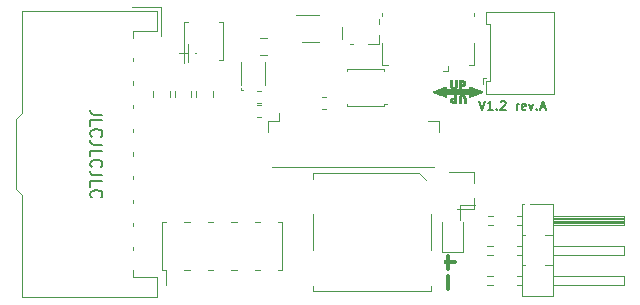
<source format=gto>
G04 #@! TF.GenerationSoftware,KiCad,Pcbnew,5.1.6*
G04 #@! TF.CreationDate,2020-06-25T22:37:20+02:00*
G04 #@! TF.ProjectId,altimeter,616c7469-6d65-4746-9572-2e6b69636164,V 1.2 Rev. A*
G04 #@! TF.SameCoordinates,Original*
G04 #@! TF.FileFunction,Legend,Top*
G04 #@! TF.FilePolarity,Positive*
%FSLAX46Y46*%
G04 Gerber Fmt 4.6, Leading zero omitted, Abs format (unit mm)*
G04 Created by KiCad (PCBNEW 5.1.6) date 2020-06-25 22:37:20*
%MOMM*%
%LPD*%
G01*
G04 APERTURE LIST*
%ADD10C,0.150000*%
%ADD11C,0.190500*%
%ADD12C,0.300000*%
%ADD13C,0.120000*%
%ADD14C,0.010000*%
%ADD15C,0.100000*%
%ADD16O,2.101600X2.101600*%
%ADD17R,2.101600X2.101600*%
%ADD18R,0.751600X0.501600*%
%ADD19R,1.651600X2.501600*%
%ADD20R,0.751600X0.451600*%
%ADD21R,1.101600X1.101600*%
%ADD22R,0.551600X0.701600*%
%ADD23R,0.506600X1.091600*%
%ADD24O,1.801600X1.801600*%
%ADD25R,1.801600X1.801600*%
%ADD26C,1.301600*%
%ADD27O,1.901600X1.301600*%
%ADD28R,1.001600X0.901600*%
%ADD29C,0.901600*%
%ADD30C,6.501600*%
%ADD31R,0.901600X1.001600*%
%ADD32R,1.301600X2.001600*%
%ADD33O,1.301600X2.001600*%
%ADD34R,1.601600X2.001600*%
%ADD35C,1.551600*%
%ADD36R,0.501600X1.451600*%
%ADD37R,1.101600X2.681600*%
%ADD38O,1.401600X0.901600*%
G04 APERTURE END LIST*
D10*
X144847619Y-105666666D02*
X144133333Y-105666666D01*
X143990476Y-105619047D01*
X143895238Y-105523809D01*
X143847619Y-105380952D01*
X143847619Y-105285714D01*
X143847619Y-106619047D02*
X143847619Y-106142857D01*
X144847619Y-106142857D01*
X143942857Y-107523809D02*
X143895238Y-107476190D01*
X143847619Y-107333333D01*
X143847619Y-107238095D01*
X143895238Y-107095238D01*
X143990476Y-107000000D01*
X144085714Y-106952380D01*
X144276190Y-106904761D01*
X144419047Y-106904761D01*
X144609523Y-106952380D01*
X144704761Y-107000000D01*
X144800000Y-107095238D01*
X144847619Y-107238095D01*
X144847619Y-107333333D01*
X144800000Y-107476190D01*
X144752380Y-107523809D01*
X144847619Y-108238095D02*
X144133333Y-108238095D01*
X143990476Y-108190476D01*
X143895238Y-108095238D01*
X143847619Y-107952380D01*
X143847619Y-107857142D01*
X143847619Y-109190476D02*
X143847619Y-108714285D01*
X144847619Y-108714285D01*
X143942857Y-110095238D02*
X143895238Y-110047619D01*
X143847619Y-109904761D01*
X143847619Y-109809523D01*
X143895238Y-109666666D01*
X143990476Y-109571428D01*
X144085714Y-109523809D01*
X144276190Y-109476190D01*
X144419047Y-109476190D01*
X144609523Y-109523809D01*
X144704761Y-109571428D01*
X144800000Y-109666666D01*
X144847619Y-109809523D01*
X144847619Y-109904761D01*
X144800000Y-110047619D01*
X144752380Y-110095238D01*
X144847619Y-110809523D02*
X144133333Y-110809523D01*
X143990476Y-110761904D01*
X143895238Y-110666666D01*
X143847619Y-110523809D01*
X143847619Y-110428571D01*
X143847619Y-111761904D02*
X143847619Y-111285714D01*
X144847619Y-111285714D01*
X143942857Y-112666666D02*
X143895238Y-112619047D01*
X143847619Y-112476190D01*
X143847619Y-112380952D01*
X143895238Y-112238095D01*
X143990476Y-112142857D01*
X144085714Y-112095238D01*
X144276190Y-112047619D01*
X144419047Y-112047619D01*
X144609523Y-112095238D01*
X144704761Y-112142857D01*
X144800000Y-112238095D01*
X144847619Y-112380952D01*
X144847619Y-112476190D01*
X144800000Y-112619047D01*
X144752380Y-112666666D01*
D11*
X176767857Y-104492714D02*
X177021857Y-105254714D01*
X177275857Y-104492714D01*
X177929000Y-105254714D02*
X177493571Y-105254714D01*
X177711285Y-105254714D02*
X177711285Y-104492714D01*
X177638714Y-104601571D01*
X177566142Y-104674142D01*
X177493571Y-104710428D01*
X178255571Y-105182142D02*
X178291857Y-105218428D01*
X178255571Y-105254714D01*
X178219285Y-105218428D01*
X178255571Y-105182142D01*
X178255571Y-105254714D01*
X178582142Y-104565285D02*
X178618428Y-104529000D01*
X178691000Y-104492714D01*
X178872428Y-104492714D01*
X178945000Y-104529000D01*
X178981285Y-104565285D01*
X179017571Y-104637857D01*
X179017571Y-104710428D01*
X178981285Y-104819285D01*
X178545857Y-105254714D01*
X179017571Y-105254714D01*
X179924714Y-105254714D02*
X179924714Y-104746714D01*
X179924714Y-104891857D02*
X179961000Y-104819285D01*
X179997285Y-104783000D01*
X180069857Y-104746714D01*
X180142428Y-104746714D01*
X180686714Y-105218428D02*
X180614142Y-105254714D01*
X180469000Y-105254714D01*
X180396428Y-105218428D01*
X180360142Y-105145857D01*
X180360142Y-104855571D01*
X180396428Y-104783000D01*
X180469000Y-104746714D01*
X180614142Y-104746714D01*
X180686714Y-104783000D01*
X180723000Y-104855571D01*
X180723000Y-104928142D01*
X180360142Y-105000714D01*
X180977000Y-104746714D02*
X181158428Y-105254714D01*
X181339857Y-104746714D01*
X181630142Y-105182142D02*
X181666428Y-105218428D01*
X181630142Y-105254714D01*
X181593857Y-105218428D01*
X181630142Y-105182142D01*
X181630142Y-105254714D01*
X181956714Y-105037000D02*
X182319571Y-105037000D01*
X181884142Y-105254714D02*
X182138142Y-104492714D01*
X182392142Y-105254714D01*
D12*
X174132857Y-119298571D02*
X174132857Y-120441428D01*
X173558571Y-118177142D02*
X174701428Y-118177142D01*
X174130000Y-118748571D02*
X174130000Y-117605714D01*
D13*
X151330000Y-100450000D02*
X152830000Y-100450000D01*
X152080000Y-99700000D02*
X152080000Y-101200000D01*
X161775000Y-99560000D02*
X163175000Y-99560000D01*
X163175000Y-97240000D02*
X161275000Y-97240000D01*
X156600000Y-103600000D02*
X156800000Y-103600000D01*
X156600000Y-103400000D02*
X156600000Y-103600000D01*
X158600000Y-103200000D02*
X158600000Y-101200000D01*
X156600000Y-101200000D02*
X156600000Y-103200000D01*
X157913733Y-104820000D02*
X158256267Y-104820000D01*
X157913733Y-105840000D02*
X158256267Y-105840000D01*
X152395000Y-103668748D02*
X152395000Y-104191252D01*
X150975000Y-103668748D02*
X150975000Y-104191252D01*
X154210000Y-103668748D02*
X154210000Y-104191252D01*
X152790000Y-103668748D02*
X152790000Y-104191252D01*
X150580000Y-103668748D02*
X150580000Y-104191252D01*
X149160000Y-103668748D02*
X149160000Y-104191252D01*
X163771267Y-105170000D02*
X163428733Y-105170000D01*
X163771267Y-104150000D02*
X163428733Y-104150000D01*
X158241422Y-99190000D02*
X158758578Y-99190000D01*
X158241422Y-100610000D02*
X158758578Y-100610000D01*
X168710000Y-104760000D02*
X168970000Y-104760000D01*
X165590000Y-101790000D02*
X165590000Y-101940000D01*
X168710000Y-101790000D02*
X165590000Y-101790000D01*
X168710000Y-104910000D02*
X165590000Y-104910000D01*
X168710000Y-101790000D02*
X168710000Y-101940000D01*
X168710000Y-104910000D02*
X168710000Y-104760000D01*
X165590000Y-104910000D02*
X165590000Y-104760000D01*
X158865000Y-107140000D02*
X158865000Y-106190000D01*
X158865000Y-106190000D02*
X159815000Y-106190000D01*
X159815000Y-106190000D02*
X159815000Y-105500000D01*
X173335000Y-107140000D02*
X173335000Y-106190000D01*
X173335000Y-106190000D02*
X172385000Y-106190000D01*
X159235000Y-110110000D02*
X172965000Y-110110000D01*
X173648000Y-117324000D02*
X175348000Y-117324000D01*
X175348000Y-117324000D02*
X175348000Y-114774000D01*
X173648000Y-117324000D02*
X173648000Y-114774000D01*
X151795000Y-101310000D02*
X151795000Y-97805000D01*
X155065000Y-101075000D02*
X155065000Y-97805000D01*
X154730000Y-101075000D02*
X155065000Y-101075000D01*
X154730000Y-97805000D02*
X155065000Y-97805000D01*
X151795000Y-97805000D02*
X152130000Y-97805000D01*
D14*
G36*
X175241625Y-102769559D02*
G01*
X175334742Y-102772770D01*
X175406546Y-102778713D01*
X175461076Y-102788616D01*
X175502375Y-102803705D01*
X175534482Y-102825209D01*
X175561440Y-102854356D01*
X175572908Y-102870204D01*
X175588771Y-102897114D01*
X175597074Y-102924650D01*
X175599443Y-102961527D01*
X175598092Y-103005016D01*
X175594446Y-103055334D01*
X175587723Y-103088703D01*
X175575208Y-103113575D01*
X175555733Y-103136755D01*
X175521303Y-103168112D01*
X175483144Y-103190067D01*
X175435086Y-103204861D01*
X175370959Y-103214735D01*
X175330525Y-103218562D01*
X175219400Y-103227704D01*
X175219400Y-103453300D01*
X175041600Y-103453300D01*
X175041600Y-102894500D01*
X175219400Y-102894500D01*
X175219400Y-103085000D01*
X175295600Y-103085000D01*
X175344395Y-103082742D01*
X175375912Y-103074666D01*
X175397200Y-103059600D01*
X175419008Y-103021592D01*
X175419916Y-102977629D01*
X175400266Y-102935675D01*
X175391427Y-102925672D01*
X175367205Y-102906560D01*
X175337992Y-102897166D01*
X175294080Y-102894510D01*
X175289827Y-102894500D01*
X175219400Y-102894500D01*
X175041600Y-102894500D01*
X175041600Y-102765269D01*
X175241625Y-102769559D01*
G37*
X175241625Y-102769559D02*
X175334742Y-102772770D01*
X175406546Y-102778713D01*
X175461076Y-102788616D01*
X175502375Y-102803705D01*
X175534482Y-102825209D01*
X175561440Y-102854356D01*
X175572908Y-102870204D01*
X175588771Y-102897114D01*
X175597074Y-102924650D01*
X175599443Y-102961527D01*
X175598092Y-103005016D01*
X175594446Y-103055334D01*
X175587723Y-103088703D01*
X175575208Y-103113575D01*
X175555733Y-103136755D01*
X175521303Y-103168112D01*
X175483144Y-103190067D01*
X175435086Y-103204861D01*
X175370959Y-103214735D01*
X175330525Y-103218562D01*
X175219400Y-103227704D01*
X175219400Y-103453300D01*
X175041600Y-103453300D01*
X175041600Y-102894500D01*
X175219400Y-102894500D01*
X175219400Y-103085000D01*
X175295600Y-103085000D01*
X175344395Y-103082742D01*
X175375912Y-103074666D01*
X175397200Y-103059600D01*
X175419008Y-103021592D01*
X175419916Y-102977629D01*
X175400266Y-102935675D01*
X175391427Y-102925672D01*
X175367205Y-102906560D01*
X175337992Y-102897166D01*
X175294080Y-102894510D01*
X175289827Y-102894500D01*
X175219400Y-102894500D01*
X175041600Y-102894500D01*
X175041600Y-102765269D01*
X175241625Y-102769559D01*
G36*
X174445457Y-102967525D02*
G01*
X174446903Y-103076122D01*
X174450875Y-103161903D01*
X174458188Y-103227393D01*
X174469661Y-103275119D01*
X174486111Y-103307606D01*
X174508357Y-103327380D01*
X174537215Y-103336967D01*
X174565718Y-103339000D01*
X174602309Y-103337268D01*
X174630671Y-103330183D01*
X174651840Y-103314908D01*
X174666849Y-103288607D01*
X174676734Y-103248444D01*
X174682531Y-103191584D01*
X174685274Y-103115190D01*
X174685998Y-103016426D01*
X174686000Y-103009430D01*
X174686000Y-102767500D01*
X174865225Y-102767500D01*
X174861337Y-103031025D01*
X174859286Y-103132699D01*
X174855882Y-103212475D01*
X174850213Y-103273851D01*
X174841368Y-103320325D01*
X174828435Y-103355394D01*
X174810503Y-103382557D01*
X174786660Y-103405312D01*
X174758544Y-103425476D01*
X174731185Y-103441617D01*
X174703387Y-103451998D01*
X174667993Y-103458170D01*
X174617847Y-103461684D01*
X174585904Y-103462899D01*
X174522667Y-103463895D01*
X174477510Y-103461422D01*
X174443251Y-103454646D01*
X174412950Y-103442850D01*
X174372690Y-103421168D01*
X174341000Y-103396500D01*
X174316781Y-103365589D01*
X174298933Y-103325180D01*
X174286357Y-103272017D01*
X174277954Y-103202843D01*
X174272623Y-103114403D01*
X174269608Y-103018325D01*
X174263657Y-102767500D01*
X174444700Y-102767500D01*
X174445457Y-102967525D01*
G37*
X174445457Y-102967525D02*
X174446903Y-103076122D01*
X174450875Y-103161903D01*
X174458188Y-103227393D01*
X174469661Y-103275119D01*
X174486111Y-103307606D01*
X174508357Y-103327380D01*
X174537215Y-103336967D01*
X174565718Y-103339000D01*
X174602309Y-103337268D01*
X174630671Y-103330183D01*
X174651840Y-103314908D01*
X174666849Y-103288607D01*
X174676734Y-103248444D01*
X174682531Y-103191584D01*
X174685274Y-103115190D01*
X174685998Y-103016426D01*
X174686000Y-103009430D01*
X174686000Y-102767500D01*
X174865225Y-102767500D01*
X174861337Y-103031025D01*
X174859286Y-103132699D01*
X174855882Y-103212475D01*
X174850213Y-103273851D01*
X174841368Y-103320325D01*
X174828435Y-103355394D01*
X174810503Y-103382557D01*
X174786660Y-103405312D01*
X174758544Y-103425476D01*
X174731185Y-103441617D01*
X174703387Y-103451998D01*
X174667993Y-103458170D01*
X174617847Y-103461684D01*
X174585904Y-103462899D01*
X174522667Y-103463895D01*
X174477510Y-103461422D01*
X174443251Y-103454646D01*
X174412950Y-103442850D01*
X174372690Y-103421168D01*
X174341000Y-103396500D01*
X174316781Y-103365589D01*
X174298933Y-103325180D01*
X174286357Y-103272017D01*
X174277954Y-103202843D01*
X174272623Y-103114403D01*
X174269608Y-103018325D01*
X174263657Y-102767500D01*
X174444700Y-102767500D01*
X174445457Y-102967525D01*
G36*
X173954462Y-103298336D02*
G01*
X173957852Y-103299547D01*
X173982132Y-103321797D01*
X173985242Y-103357039D01*
X173967159Y-103405650D01*
X173949400Y-103436295D01*
X173937298Y-103454161D01*
X173926158Y-103469768D01*
X173917486Y-103483269D01*
X173912790Y-103494814D01*
X173913580Y-103504554D01*
X173921362Y-103512642D01*
X173937646Y-103519229D01*
X173963938Y-103524466D01*
X174001749Y-103528504D01*
X174052584Y-103531496D01*
X174117954Y-103533593D01*
X174199365Y-103534945D01*
X174298326Y-103535706D01*
X174416345Y-103536025D01*
X174554930Y-103536055D01*
X174715590Y-103535948D01*
X174899832Y-103535853D01*
X174940579Y-103535850D01*
X175969859Y-103535850D01*
X175962156Y-103504100D01*
X175950281Y-103473328D01*
X175930149Y-103435642D01*
X175923476Y-103424997D01*
X175898510Y-103375321D01*
X175893939Y-103335273D01*
X175909791Y-103307111D01*
X175921888Y-103299665D01*
X175932256Y-103297467D01*
X175948810Y-103298598D01*
X175973661Y-103303739D01*
X176008918Y-103313571D01*
X176056693Y-103328776D01*
X176119096Y-103350035D01*
X176198238Y-103378029D01*
X176296229Y-103413439D01*
X176415179Y-103456947D01*
X176458463Y-103472855D01*
X176566924Y-103513017D01*
X176668486Y-103551125D01*
X176760552Y-103586168D01*
X176840524Y-103617136D01*
X176905804Y-103643017D01*
X176953795Y-103662799D01*
X176981900Y-103675472D01*
X176987874Y-103678986D01*
X177005668Y-103703279D01*
X177010099Y-103720000D01*
X177001152Y-103745053D01*
X176987874Y-103761013D01*
X176971503Y-103769456D01*
X176933852Y-103785552D01*
X176877519Y-103808288D01*
X176805102Y-103836654D01*
X176719198Y-103869638D01*
X176622405Y-103906229D01*
X176517320Y-103945415D01*
X176458463Y-103967144D01*
X176332286Y-104013414D01*
X176227750Y-104051368D01*
X176142747Y-104081684D01*
X176075163Y-104105046D01*
X176022891Y-104122133D01*
X175983818Y-104133628D01*
X175955834Y-104140211D01*
X175936829Y-104142564D01*
X175924692Y-104141367D01*
X175921888Y-104140334D01*
X175897749Y-104118027D01*
X175894843Y-104082576D01*
X175913187Y-104033693D01*
X175930600Y-104003704D01*
X175942701Y-103985838D01*
X175953841Y-103970231D01*
X175962513Y-103956730D01*
X175967209Y-103945185D01*
X175966419Y-103935445D01*
X175958637Y-103927357D01*
X175942353Y-103920770D01*
X175916061Y-103915533D01*
X175878250Y-103911495D01*
X175827415Y-103908503D01*
X175762045Y-103906406D01*
X175680634Y-103905054D01*
X175581673Y-103904293D01*
X175463654Y-103903974D01*
X175325069Y-103903944D01*
X175164409Y-103904051D01*
X174980167Y-103904146D01*
X174939420Y-103904150D01*
X173910140Y-103904150D01*
X173917843Y-103935900D01*
X173929718Y-103966671D01*
X173949850Y-104004357D01*
X173956523Y-104015002D01*
X173980752Y-104063498D01*
X173985988Y-104103741D01*
X173972049Y-104132258D01*
X173962934Y-104138653D01*
X173938782Y-104149093D01*
X173928009Y-104151335D01*
X173914251Y-104146969D01*
X173879202Y-104134687D01*
X173825386Y-104115404D01*
X173755328Y-104090035D01*
X173671552Y-104059497D01*
X173576582Y-104024706D01*
X173472942Y-103986577D01*
X173416000Y-103965565D01*
X173308163Y-103925471D01*
X173207226Y-103887445D01*
X173115801Y-103852506D01*
X173036498Y-103821674D01*
X172971929Y-103795971D01*
X172924706Y-103776417D01*
X172897440Y-103764031D01*
X172892125Y-103760861D01*
X172874312Y-103736649D01*
X172869900Y-103720000D01*
X172878902Y-103694990D01*
X172892125Y-103679315D01*
X172908492Y-103670931D01*
X172946130Y-103654869D01*
X173002442Y-103632142D01*
X173074831Y-103603763D01*
X173160701Y-103570742D01*
X173257455Y-103534093D01*
X173362496Y-103494827D01*
X173421277Y-103473066D01*
X173547217Y-103426744D01*
X173651532Y-103388750D01*
X173736344Y-103358397D01*
X173803774Y-103335000D01*
X173855944Y-103317873D01*
X173894977Y-103306329D01*
X173922993Y-103299682D01*
X173942114Y-103297247D01*
X173954462Y-103298336D01*
G37*
X173954462Y-103298336D02*
X173957852Y-103299547D01*
X173982132Y-103321797D01*
X173985242Y-103357039D01*
X173967159Y-103405650D01*
X173949400Y-103436295D01*
X173937298Y-103454161D01*
X173926158Y-103469768D01*
X173917486Y-103483269D01*
X173912790Y-103494814D01*
X173913580Y-103504554D01*
X173921362Y-103512642D01*
X173937646Y-103519229D01*
X173963938Y-103524466D01*
X174001749Y-103528504D01*
X174052584Y-103531496D01*
X174117954Y-103533593D01*
X174199365Y-103534945D01*
X174298326Y-103535706D01*
X174416345Y-103536025D01*
X174554930Y-103536055D01*
X174715590Y-103535948D01*
X174899832Y-103535853D01*
X174940579Y-103535850D01*
X175969859Y-103535850D01*
X175962156Y-103504100D01*
X175950281Y-103473328D01*
X175930149Y-103435642D01*
X175923476Y-103424997D01*
X175898510Y-103375321D01*
X175893939Y-103335273D01*
X175909791Y-103307111D01*
X175921888Y-103299665D01*
X175932256Y-103297467D01*
X175948810Y-103298598D01*
X175973661Y-103303739D01*
X176008918Y-103313571D01*
X176056693Y-103328776D01*
X176119096Y-103350035D01*
X176198238Y-103378029D01*
X176296229Y-103413439D01*
X176415179Y-103456947D01*
X176458463Y-103472855D01*
X176566924Y-103513017D01*
X176668486Y-103551125D01*
X176760552Y-103586168D01*
X176840524Y-103617136D01*
X176905804Y-103643017D01*
X176953795Y-103662799D01*
X176981900Y-103675472D01*
X176987874Y-103678986D01*
X177005668Y-103703279D01*
X177010099Y-103720000D01*
X177001152Y-103745053D01*
X176987874Y-103761013D01*
X176971503Y-103769456D01*
X176933852Y-103785552D01*
X176877519Y-103808288D01*
X176805102Y-103836654D01*
X176719198Y-103869638D01*
X176622405Y-103906229D01*
X176517320Y-103945415D01*
X176458463Y-103967144D01*
X176332286Y-104013414D01*
X176227750Y-104051368D01*
X176142747Y-104081684D01*
X176075163Y-104105046D01*
X176022891Y-104122133D01*
X175983818Y-104133628D01*
X175955834Y-104140211D01*
X175936829Y-104142564D01*
X175924692Y-104141367D01*
X175921888Y-104140334D01*
X175897749Y-104118027D01*
X175894843Y-104082576D01*
X175913187Y-104033693D01*
X175930600Y-104003704D01*
X175942701Y-103985838D01*
X175953841Y-103970231D01*
X175962513Y-103956730D01*
X175967209Y-103945185D01*
X175966419Y-103935445D01*
X175958637Y-103927357D01*
X175942353Y-103920770D01*
X175916061Y-103915533D01*
X175878250Y-103911495D01*
X175827415Y-103908503D01*
X175762045Y-103906406D01*
X175680634Y-103905054D01*
X175581673Y-103904293D01*
X175463654Y-103903974D01*
X175325069Y-103903944D01*
X175164409Y-103904051D01*
X174980167Y-103904146D01*
X174939420Y-103904150D01*
X173910140Y-103904150D01*
X173917843Y-103935900D01*
X173929718Y-103966671D01*
X173949850Y-104004357D01*
X173956523Y-104015002D01*
X173980752Y-104063498D01*
X173985988Y-104103741D01*
X173972049Y-104132258D01*
X173962934Y-104138653D01*
X173938782Y-104149093D01*
X173928009Y-104151335D01*
X173914251Y-104146969D01*
X173879202Y-104134687D01*
X173825386Y-104115404D01*
X173755328Y-104090035D01*
X173671552Y-104059497D01*
X173576582Y-104024706D01*
X173472942Y-103986577D01*
X173416000Y-103965565D01*
X173308163Y-103925471D01*
X173207226Y-103887445D01*
X173115801Y-103852506D01*
X173036498Y-103821674D01*
X172971929Y-103795971D01*
X172924706Y-103776417D01*
X172897440Y-103764031D01*
X172892125Y-103760861D01*
X172874312Y-103736649D01*
X172869900Y-103720000D01*
X172878902Y-103694990D01*
X172892125Y-103679315D01*
X172908492Y-103670931D01*
X172946130Y-103654869D01*
X173002442Y-103632142D01*
X173074831Y-103603763D01*
X173160701Y-103570742D01*
X173257455Y-103534093D01*
X173362496Y-103494827D01*
X173421277Y-103473066D01*
X173547217Y-103426744D01*
X173651532Y-103388750D01*
X173736344Y-103358397D01*
X173803774Y-103335000D01*
X173855944Y-103317873D01*
X173894977Y-103306329D01*
X173922993Y-103299682D01*
X173942114Y-103297247D01*
X173954462Y-103298336D01*
G36*
X175377057Y-103977062D02*
G01*
X175449922Y-103990350D01*
X175506376Y-104017717D01*
X175549678Y-104060733D01*
X175582764Y-104120223D01*
X175590850Y-104144251D01*
X175597146Y-104176328D01*
X175601991Y-104220184D01*
X175605729Y-104279547D01*
X175608700Y-104358144D01*
X175610391Y-104421675D01*
X175616342Y-104672500D01*
X175435300Y-104672500D01*
X175434542Y-104472475D01*
X175433096Y-104363877D01*
X175429124Y-104278096D01*
X175421811Y-104212606D01*
X175410338Y-104164880D01*
X175393888Y-104132393D01*
X175371642Y-104112619D01*
X175342784Y-104103032D01*
X175314281Y-104101000D01*
X175277690Y-104102731D01*
X175249328Y-104109816D01*
X175228159Y-104125091D01*
X175213150Y-104151392D01*
X175203265Y-104191555D01*
X175197468Y-104248415D01*
X175194725Y-104324809D01*
X175194001Y-104423573D01*
X175194000Y-104430569D01*
X175194000Y-104672500D01*
X175014774Y-104672500D01*
X175018662Y-104408975D01*
X175020715Y-104307282D01*
X175024123Y-104227492D01*
X175029792Y-104166107D01*
X175038630Y-104119635D01*
X175051545Y-104084579D01*
X175069444Y-104057445D01*
X175093233Y-104034739D01*
X175121008Y-104014819D01*
X175150438Y-103997883D01*
X175181617Y-103987064D01*
X175222263Y-103980541D01*
X175280096Y-103976495D01*
X175284523Y-103976280D01*
X175377057Y-103977062D01*
G37*
X175377057Y-103977062D02*
X175449922Y-103990350D01*
X175506376Y-104017717D01*
X175549678Y-104060733D01*
X175582764Y-104120223D01*
X175590850Y-104144251D01*
X175597146Y-104176328D01*
X175601991Y-104220184D01*
X175605729Y-104279547D01*
X175608700Y-104358144D01*
X175610391Y-104421675D01*
X175616342Y-104672500D01*
X175435300Y-104672500D01*
X175434542Y-104472475D01*
X175433096Y-104363877D01*
X175429124Y-104278096D01*
X175421811Y-104212606D01*
X175410338Y-104164880D01*
X175393888Y-104132393D01*
X175371642Y-104112619D01*
X175342784Y-104103032D01*
X175314281Y-104101000D01*
X175277690Y-104102731D01*
X175249328Y-104109816D01*
X175228159Y-104125091D01*
X175213150Y-104151392D01*
X175203265Y-104191555D01*
X175197468Y-104248415D01*
X175194725Y-104324809D01*
X175194001Y-104423573D01*
X175194000Y-104430569D01*
X175194000Y-104672500D01*
X175014774Y-104672500D01*
X175018662Y-104408975D01*
X175020715Y-104307282D01*
X175024123Y-104227492D01*
X175029792Y-104166107D01*
X175038630Y-104119635D01*
X175051545Y-104084579D01*
X175069444Y-104057445D01*
X175093233Y-104034739D01*
X175121008Y-104014819D01*
X175150438Y-103997883D01*
X175181617Y-103987064D01*
X175222263Y-103980541D01*
X175280096Y-103976495D01*
X175284523Y-103976280D01*
X175377057Y-103977062D01*
G36*
X174838400Y-104672500D02*
G01*
X174657425Y-104671354D01*
X174588163Y-104670056D01*
X174524427Y-104667295D01*
X174472301Y-104663445D01*
X174437870Y-104658877D01*
X174432463Y-104657588D01*
X174364866Y-104629219D01*
X174317932Y-104587815D01*
X174290423Y-104531506D01*
X174281103Y-104458417D01*
X174281336Y-104449328D01*
X174457400Y-104449328D01*
X174467981Y-104494725D01*
X174499353Y-104525963D01*
X174550953Y-104542643D01*
X174592462Y-104545500D01*
X174660600Y-104545500D01*
X174660600Y-104355000D01*
X174584400Y-104355000D01*
X174523755Y-104360653D01*
X174483894Y-104378717D01*
X174462587Y-104410846D01*
X174457400Y-104449328D01*
X174281336Y-104449328D01*
X174281841Y-104429695D01*
X174286096Y-104380161D01*
X174294004Y-104347060D01*
X174308580Y-104321432D01*
X174324441Y-104303061D01*
X174359702Y-104271144D01*
X174399115Y-104248828D01*
X174448855Y-104233864D01*
X174515097Y-104223999D01*
X174550176Y-104220766D01*
X174660600Y-104211807D01*
X174660600Y-103986700D01*
X174838400Y-103986700D01*
X174838400Y-104672500D01*
G37*
X174838400Y-104672500D02*
X174657425Y-104671354D01*
X174588163Y-104670056D01*
X174524427Y-104667295D01*
X174472301Y-104663445D01*
X174437870Y-104658877D01*
X174432463Y-104657588D01*
X174364866Y-104629219D01*
X174317932Y-104587815D01*
X174290423Y-104531506D01*
X174281103Y-104458417D01*
X174281336Y-104449328D01*
X174457400Y-104449328D01*
X174467981Y-104494725D01*
X174499353Y-104525963D01*
X174550953Y-104542643D01*
X174592462Y-104545500D01*
X174660600Y-104545500D01*
X174660600Y-104355000D01*
X174584400Y-104355000D01*
X174523755Y-104360653D01*
X174483894Y-104378717D01*
X174462587Y-104410846D01*
X174457400Y-104449328D01*
X174281336Y-104449328D01*
X174281841Y-104429695D01*
X174286096Y-104380161D01*
X174294004Y-104347060D01*
X174308580Y-104321432D01*
X174324441Y-104303061D01*
X174359702Y-104271144D01*
X174399115Y-104248828D01*
X174448855Y-104233864D01*
X174515097Y-104223999D01*
X174550176Y-104220766D01*
X174660600Y-104211807D01*
X174660600Y-103986700D01*
X174838400Y-103986700D01*
X174838400Y-104672500D01*
D13*
X180380000Y-113270000D02*
X180380000Y-121010000D01*
X180380000Y-121010000D02*
X183040000Y-121010000D01*
X183040000Y-121010000D02*
X183040000Y-113270000D01*
X183040000Y-113270000D02*
X180380000Y-113270000D01*
X183040000Y-114220000D02*
X189040000Y-114220000D01*
X189040000Y-114220000D02*
X189040000Y-114980000D01*
X189040000Y-114980000D02*
X183040000Y-114980000D01*
X183040000Y-114280000D02*
X189040000Y-114280000D01*
X183040000Y-114400000D02*
X189040000Y-114400000D01*
X183040000Y-114520000D02*
X189040000Y-114520000D01*
X183040000Y-114640000D02*
X189040000Y-114640000D01*
X183040000Y-114760000D02*
X189040000Y-114760000D01*
X183040000Y-114880000D02*
X189040000Y-114880000D01*
X179982929Y-114220000D02*
X180380000Y-114220000D01*
X179982929Y-114980000D02*
X180380000Y-114980000D01*
X177510000Y-114220000D02*
X177897071Y-114220000D01*
X177510000Y-114980000D02*
X177897071Y-114980000D01*
X180380000Y-115870000D02*
X183040000Y-115870000D01*
X183040000Y-116760000D02*
X189040000Y-116760000D01*
X189040000Y-116760000D02*
X189040000Y-117520000D01*
X189040000Y-117520000D02*
X183040000Y-117520000D01*
X179982929Y-116760000D02*
X180380000Y-116760000D01*
X179982929Y-117520000D02*
X180380000Y-117520000D01*
X177442929Y-116760000D02*
X177897071Y-116760000D01*
X177442929Y-117520000D02*
X177897071Y-117520000D01*
X180380000Y-118410000D02*
X183040000Y-118410000D01*
X183040000Y-119300000D02*
X189040000Y-119300000D01*
X189040000Y-119300000D02*
X189040000Y-120060000D01*
X189040000Y-120060000D02*
X183040000Y-120060000D01*
X179982929Y-119300000D02*
X180380000Y-119300000D01*
X179982929Y-120060000D02*
X180380000Y-120060000D01*
X177442929Y-119300000D02*
X177897071Y-119300000D01*
X177442929Y-120060000D02*
X177897071Y-120060000D01*
X175130000Y-114600000D02*
X175130000Y-113330000D01*
X175130000Y-113330000D02*
X176400000Y-113330000D01*
X137540000Y-109000000D02*
X137540000Y-106000000D01*
X137540000Y-106000000D02*
X138040000Y-105500000D01*
X138040000Y-105500000D02*
X138040000Y-96890000D01*
X138040000Y-96890000D02*
X149510000Y-96890000D01*
X149510000Y-96890000D02*
X149510000Y-98610000D01*
X149510000Y-98610000D02*
X147460000Y-98610000D01*
X147460000Y-98610000D02*
X147460000Y-99140000D01*
X137540000Y-109000000D02*
X137540000Y-112000000D01*
X137540000Y-112000000D02*
X138040000Y-112500000D01*
X138040000Y-112500000D02*
X138040000Y-121110000D01*
X138040000Y-121110000D02*
X149510000Y-121110000D01*
X149510000Y-121110000D02*
X149510000Y-119390000D01*
X149510000Y-119390000D02*
X147460000Y-119390000D01*
X147460000Y-119390000D02*
X147460000Y-118860000D01*
X147460000Y-100860000D02*
X147460000Y-101140000D01*
X147460000Y-102860000D02*
X147460000Y-103140000D01*
X147460000Y-104860000D02*
X147460000Y-105140000D01*
X147460000Y-106860000D02*
X147460000Y-107140000D01*
X147460000Y-108860000D02*
X147460000Y-109140000D01*
X147460000Y-110860000D02*
X147460000Y-111140000D01*
X147460000Y-112860000D02*
X147460000Y-113140000D01*
X147460000Y-114860000D02*
X147460000Y-115140000D01*
X147460000Y-116860000D02*
X147460000Y-117140000D01*
X147400000Y-96590000D02*
X149810000Y-96590000D01*
X149810000Y-96590000D02*
X149810000Y-99000000D01*
X176360000Y-113680000D02*
X176360000Y-112750000D01*
X176360000Y-110520000D02*
X176360000Y-111450000D01*
X176360000Y-110520000D02*
X174200000Y-110520000D01*
X176360000Y-113680000D02*
X174900000Y-113680000D01*
X162690800Y-120608100D02*
X172690800Y-120608100D01*
X172690800Y-120608100D02*
X172690800Y-120208100D01*
X171690800Y-110608100D02*
X172290800Y-111208100D01*
X162690800Y-120608100D02*
X162690800Y-120208100D01*
X171690800Y-110608100D02*
X162690800Y-110608100D01*
X162690800Y-110608100D02*
X162690800Y-111108100D01*
X162690800Y-114108100D02*
X162690800Y-117108100D01*
X172690800Y-117108100D02*
X172690800Y-114108100D01*
X165120000Y-99710000D02*
X166050000Y-99710000D01*
X168280000Y-99710000D02*
X167350000Y-99710000D01*
X168280000Y-99710000D02*
X168280000Y-97550000D01*
X165120000Y-99710000D02*
X165120000Y-98250000D01*
X176360000Y-101462500D02*
X175910000Y-101462500D01*
X176360000Y-99612500D02*
X176360000Y-101462500D01*
X168560000Y-97062500D02*
X168560000Y-97312500D01*
X176360000Y-97062500D02*
X176360000Y-97312500D01*
X168560000Y-99612500D02*
X168560000Y-101462500D01*
X168560000Y-101462500D02*
X169010000Y-101462500D01*
X174160000Y-102012500D02*
X173710000Y-102012500D01*
X174160000Y-102012500D02*
X174160000Y-101562500D01*
X149940000Y-118860000D02*
X149940000Y-114740000D01*
X160060000Y-118860000D02*
X160060000Y-114740000D01*
X150240000Y-120115000D02*
X150240000Y-118860000D01*
X149940000Y-118860000D02*
X150240000Y-118860000D01*
X149940000Y-114740000D02*
X150240000Y-114740000D01*
X159760000Y-118860000D02*
X160060000Y-118860000D01*
X159760000Y-114740000D02*
X160060000Y-114740000D01*
X151760000Y-118860000D02*
X152240000Y-118860000D01*
X151760000Y-114740000D02*
X152240000Y-114740000D01*
X153760000Y-118860000D02*
X154240000Y-118860000D01*
X153760000Y-114740000D02*
X154240000Y-114740000D01*
X155760000Y-118860000D02*
X156240000Y-118860000D01*
X155760000Y-114740000D02*
X156240000Y-114740000D01*
X157760000Y-118860000D02*
X158240000Y-118860000D01*
X157760000Y-114740000D02*
X158240000Y-114740000D01*
X177350000Y-102550000D02*
X177050000Y-102550000D01*
X177050000Y-102550000D02*
X177050000Y-103050000D01*
X177640000Y-100425000D02*
X177640000Y-102840000D01*
X177640000Y-102840000D02*
X177340000Y-102840000D01*
X177340000Y-102840000D02*
X177340000Y-103910000D01*
X177340000Y-103910000D02*
X183060000Y-103910000D01*
X183060000Y-103910000D02*
X183060000Y-100425000D01*
X177640000Y-100425000D02*
X177640000Y-98010000D01*
X177640000Y-98010000D02*
X177340000Y-98010000D01*
X177340000Y-98010000D02*
X177340000Y-96940000D01*
X177340000Y-96940000D02*
X183060000Y-96940000D01*
X183060000Y-96940000D02*
X183060000Y-100425000D01*
X157913733Y-103690000D02*
X158256267Y-103690000D01*
X157913733Y-104710000D02*
X158256267Y-104710000D01*
%LPC*%
D15*
G36*
X182250000Y-119500000D02*
G01*
X180750000Y-119500000D01*
X180750000Y-114750000D01*
X182250000Y-114750000D01*
X182250000Y-119500000D01*
G37*
X182250000Y-119500000D02*
X180750000Y-119500000D01*
X180750000Y-114750000D01*
X182250000Y-114750000D01*
X182250000Y-119500000D01*
D16*
X165000000Y-100400000D03*
D17*
X150000000Y-100400000D03*
D18*
X163425000Y-97750000D03*
X163425000Y-99050000D03*
X161525000Y-98400000D03*
X161525000Y-99050000D03*
X161525000Y-97750000D03*
G36*
G01*
X158413000Y-102770000D02*
X156787000Y-102770000D01*
G75*
G02*
X156730000Y-102713000I0J57000D01*
G01*
X156730000Y-101687000D01*
G75*
G02*
X156787000Y-101630000I57000J0D01*
G01*
X158413000Y-101630000D01*
G75*
G02*
X158470000Y-101687000I0J-57000D01*
G01*
X158470000Y-102713000D01*
G75*
G02*
X158413000Y-102770000I-57000J0D01*
G01*
G37*
G36*
G01*
X158396520Y-101520000D02*
X158103480Y-101520000D01*
G75*
G02*
X158030000Y-101446520I0J73480D01*
G01*
X158030000Y-101003480D01*
G75*
G02*
X158103480Y-100930000I73480J0D01*
G01*
X158396520Y-100930000D01*
G75*
G02*
X158470000Y-101003480I0J-73480D01*
G01*
X158470000Y-101446520D01*
G75*
G02*
X158396520Y-101520000I-73480J0D01*
G01*
G37*
G36*
G01*
X157746520Y-101520000D02*
X157453480Y-101520000D01*
G75*
G02*
X157380000Y-101446520I0J73480D01*
G01*
X157380000Y-101003480D01*
G75*
G02*
X157453480Y-100930000I73480J0D01*
G01*
X157746520Y-100930000D01*
G75*
G02*
X157820000Y-101003480I0J-73480D01*
G01*
X157820000Y-101446520D01*
G75*
G02*
X157746520Y-101520000I-73480J0D01*
G01*
G37*
G36*
G01*
X157096520Y-101520000D02*
X156803480Y-101520000D01*
G75*
G02*
X156730000Y-101446520I0J73480D01*
G01*
X156730000Y-101003480D01*
G75*
G02*
X156803480Y-100930000I73480J0D01*
G01*
X157096520Y-100930000D01*
G75*
G02*
X157170000Y-101003480I0J-73480D01*
G01*
X157170000Y-101446520D01*
G75*
G02*
X157096520Y-101520000I-73480J0D01*
G01*
G37*
G36*
G01*
X158396520Y-103470000D02*
X158103480Y-103470000D01*
G75*
G02*
X158030000Y-103396520I0J73480D01*
G01*
X158030000Y-102953480D01*
G75*
G02*
X158103480Y-102880000I73480J0D01*
G01*
X158396520Y-102880000D01*
G75*
G02*
X158470000Y-102953480I0J-73480D01*
G01*
X158470000Y-103396520D01*
G75*
G02*
X158396520Y-103470000I-73480J0D01*
G01*
G37*
G36*
G01*
X157746520Y-103470000D02*
X157453480Y-103470000D01*
G75*
G02*
X157380000Y-103396520I0J73480D01*
G01*
X157380000Y-102953480D01*
G75*
G02*
X157453480Y-102880000I73480J0D01*
G01*
X157746520Y-102880000D01*
G75*
G02*
X157820000Y-102953480I0J-73480D01*
G01*
X157820000Y-103396520D01*
G75*
G02*
X157746520Y-103470000I-73480J0D01*
G01*
G37*
G36*
G01*
X157096520Y-103470000D02*
X156803480Y-103470000D01*
G75*
G02*
X156730000Y-103396520I0J73480D01*
G01*
X156730000Y-102953480D01*
G75*
G02*
X156803480Y-102880000I73480J0D01*
G01*
X157096520Y-102880000D01*
G75*
G02*
X157170000Y-102953480I0J-73480D01*
G01*
X157170000Y-103396520D01*
G75*
G02*
X157096520Y-103470000I-73480J0D01*
G01*
G37*
G36*
G01*
X158384200Y-105592900D02*
X158384200Y-105067100D01*
G75*
G02*
X158647100Y-104804200I262900J0D01*
G01*
X159272900Y-104804200D01*
G75*
G02*
X159535800Y-105067100I0J-262900D01*
G01*
X159535800Y-105592900D01*
G75*
G02*
X159272900Y-105855800I-262900J0D01*
G01*
X158647100Y-105855800D01*
G75*
G02*
X158384200Y-105592900I0J262900D01*
G01*
G37*
G36*
G01*
X156634200Y-105592900D02*
X156634200Y-105067100D01*
G75*
G02*
X156897100Y-104804200I262900J0D01*
G01*
X157522900Y-104804200D01*
G75*
G02*
X157785800Y-105067100I0J-262900D01*
G01*
X157785800Y-105592900D01*
G75*
G02*
X157522900Y-105855800I-262900J0D01*
G01*
X156897100Y-105855800D01*
G75*
G02*
X156634200Y-105592900I0J262900D01*
G01*
G37*
G36*
G01*
X151206286Y-104329200D02*
X152163714Y-104329200D01*
G75*
G02*
X152435800Y-104601286I0J-272086D01*
G01*
X152435800Y-105308714D01*
G75*
G02*
X152163714Y-105580800I-272086J0D01*
G01*
X151206286Y-105580800D01*
G75*
G02*
X150934200Y-105308714I0J272086D01*
G01*
X150934200Y-104601286D01*
G75*
G02*
X151206286Y-104329200I272086J0D01*
G01*
G37*
G36*
G01*
X151206286Y-102279200D02*
X152163714Y-102279200D01*
G75*
G02*
X152435800Y-102551286I0J-272086D01*
G01*
X152435800Y-103258714D01*
G75*
G02*
X152163714Y-103530800I-272086J0D01*
G01*
X151206286Y-103530800D01*
G75*
G02*
X150934200Y-103258714I0J272086D01*
G01*
X150934200Y-102551286D01*
G75*
G02*
X151206286Y-102279200I272086J0D01*
G01*
G37*
G36*
G01*
X153021286Y-104329200D02*
X153978714Y-104329200D01*
G75*
G02*
X154250800Y-104601286I0J-272086D01*
G01*
X154250800Y-105308714D01*
G75*
G02*
X153978714Y-105580800I-272086J0D01*
G01*
X153021286Y-105580800D01*
G75*
G02*
X152749200Y-105308714I0J272086D01*
G01*
X152749200Y-104601286D01*
G75*
G02*
X153021286Y-104329200I272086J0D01*
G01*
G37*
G36*
G01*
X153021286Y-102279200D02*
X153978714Y-102279200D01*
G75*
G02*
X154250800Y-102551286I0J-272086D01*
G01*
X154250800Y-103258714D01*
G75*
G02*
X153978714Y-103530800I-272086J0D01*
G01*
X153021286Y-103530800D01*
G75*
G02*
X152749200Y-103258714I0J272086D01*
G01*
X152749200Y-102551286D01*
G75*
G02*
X153021286Y-102279200I272086J0D01*
G01*
G37*
G36*
G01*
X149391286Y-104329200D02*
X150348714Y-104329200D01*
G75*
G02*
X150620800Y-104601286I0J-272086D01*
G01*
X150620800Y-105308714D01*
G75*
G02*
X150348714Y-105580800I-272086J0D01*
G01*
X149391286Y-105580800D01*
G75*
G02*
X149119200Y-105308714I0J272086D01*
G01*
X149119200Y-104601286D01*
G75*
G02*
X149391286Y-104329200I272086J0D01*
G01*
G37*
G36*
G01*
X149391286Y-102279200D02*
X150348714Y-102279200D01*
G75*
G02*
X150620800Y-102551286I0J-272086D01*
G01*
X150620800Y-103258714D01*
G75*
G02*
X150348714Y-103530800I-272086J0D01*
G01*
X149391286Y-103530800D01*
G75*
G02*
X149119200Y-103258714I0J272086D01*
G01*
X149119200Y-102551286D01*
G75*
G02*
X149391286Y-102279200I272086J0D01*
G01*
G37*
G36*
G01*
X163300800Y-104397100D02*
X163300800Y-104922900D01*
G75*
G02*
X163037900Y-105185800I-262900J0D01*
G01*
X162412100Y-105185800D01*
G75*
G02*
X162149200Y-104922900I0J262900D01*
G01*
X162149200Y-104397100D01*
G75*
G02*
X162412100Y-104134200I262900J0D01*
G01*
X163037900Y-104134200D01*
G75*
G02*
X163300800Y-104397100I0J-262900D01*
G01*
G37*
G36*
G01*
X165050800Y-104397100D02*
X165050800Y-104922900D01*
G75*
G02*
X164787900Y-105185800I-262900J0D01*
G01*
X164162100Y-105185800D01*
G75*
G02*
X163899200Y-104922900I0J262900D01*
G01*
X163899200Y-104397100D01*
G75*
G02*
X164162100Y-104134200I262900J0D01*
G01*
X164787900Y-104134200D01*
G75*
G02*
X165050800Y-104397100I0J-262900D01*
G01*
G37*
G36*
G01*
X163397900Y-101660800D02*
X163002100Y-101660800D01*
G75*
G02*
X162829200Y-101487900I0J172900D01*
G01*
X162829200Y-101142100D01*
G75*
G02*
X163002100Y-100969200I172900J0D01*
G01*
X163397900Y-100969200D01*
G75*
G02*
X163570800Y-101142100I0J-172900D01*
G01*
X163570800Y-101487900D01*
G75*
G02*
X163397900Y-101660800I-172900J0D01*
G01*
G37*
G36*
G01*
X163397900Y-102630800D02*
X163002100Y-102630800D01*
G75*
G02*
X162829200Y-102457900I0J172900D01*
G01*
X162829200Y-102112100D01*
G75*
G02*
X163002100Y-101939200I172900J0D01*
G01*
X163397900Y-101939200D01*
G75*
G02*
X163570800Y-102112100I0J-172900D01*
G01*
X163570800Y-102457900D01*
G75*
G02*
X163397900Y-102630800I-172900J0D01*
G01*
G37*
G36*
G01*
X158899200Y-100381650D02*
X158899200Y-99418350D01*
G75*
G02*
X159168350Y-99149200I269150J0D01*
G01*
X159706650Y-99149200D01*
G75*
G02*
X159975800Y-99418350I0J-269150D01*
G01*
X159975800Y-100381650D01*
G75*
G02*
X159706650Y-100650800I-269150J0D01*
G01*
X159168350Y-100650800D01*
G75*
G02*
X158899200Y-100381650I0J269150D01*
G01*
G37*
G36*
G01*
X157024200Y-100381650D02*
X157024200Y-99418350D01*
G75*
G02*
X157293350Y-99149200I269150J0D01*
G01*
X157831650Y-99149200D01*
G75*
G02*
X158100800Y-99418350I0J-269150D01*
G01*
X158100800Y-100381650D01*
G75*
G02*
X157831650Y-100650800I-269150J0D01*
G01*
X157293350Y-100650800D01*
G75*
G02*
X157024200Y-100381650I0J269150D01*
G01*
G37*
D19*
X167150000Y-103350000D03*
D20*
X165600000Y-104325000D03*
X165600000Y-103675000D03*
X165600000Y-103025000D03*
X165600000Y-102375000D03*
X168700000Y-102375000D03*
X168700000Y-103025000D03*
X168700000Y-103675000D03*
X168700000Y-104325000D03*
G36*
G01*
X160130800Y-110732100D02*
X160130800Y-111127900D01*
G75*
G02*
X159957900Y-111300800I-172900J0D01*
G01*
X159612100Y-111300800D01*
G75*
G02*
X159439200Y-111127900I0J172900D01*
G01*
X159439200Y-110732100D01*
G75*
G02*
X159612100Y-110559200I172900J0D01*
G01*
X159957900Y-110559200D01*
G75*
G02*
X160130800Y-110732100I0J-172900D01*
G01*
G37*
G36*
G01*
X161100800Y-110732100D02*
X161100800Y-111127900D01*
G75*
G02*
X160927900Y-111300800I-172900J0D01*
G01*
X160582100Y-111300800D01*
G75*
G02*
X160409200Y-111127900I0J172900D01*
G01*
X160409200Y-110732100D01*
G75*
G02*
X160582100Y-110559200I172900J0D01*
G01*
X160927900Y-110559200D01*
G75*
G02*
X161100800Y-110732100I0J-172900D01*
G01*
G37*
G36*
G01*
X160130800Y-111612100D02*
X160130800Y-112007900D01*
G75*
G02*
X159957900Y-112180800I-172900J0D01*
G01*
X159612100Y-112180800D01*
G75*
G02*
X159439200Y-112007900I0J172900D01*
G01*
X159439200Y-111612100D01*
G75*
G02*
X159612100Y-111439200I172900J0D01*
G01*
X159957900Y-111439200D01*
G75*
G02*
X160130800Y-111612100I0J-172900D01*
G01*
G37*
G36*
G01*
X161100800Y-111612100D02*
X161100800Y-112007900D01*
G75*
G02*
X160927900Y-112180800I-172900J0D01*
G01*
X160582100Y-112180800D01*
G75*
G02*
X160409200Y-112007900I0J172900D01*
G01*
X160409200Y-111612100D01*
G75*
G02*
X160582100Y-111439200I172900J0D01*
G01*
X160927900Y-111439200D01*
G75*
G02*
X161100800Y-111612100I0J-172900D01*
G01*
G37*
G36*
G01*
X160130800Y-112492100D02*
X160130800Y-112887900D01*
G75*
G02*
X159957900Y-113060800I-172900J0D01*
G01*
X159612100Y-113060800D01*
G75*
G02*
X159439200Y-112887900I0J172900D01*
G01*
X159439200Y-112492100D01*
G75*
G02*
X159612100Y-112319200I172900J0D01*
G01*
X159957900Y-112319200D01*
G75*
G02*
X160130800Y-112492100I0J-172900D01*
G01*
G37*
G36*
G01*
X161100800Y-112492100D02*
X161100800Y-112887900D01*
G75*
G02*
X160927900Y-113060800I-172900J0D01*
G01*
X160582100Y-113060800D01*
G75*
G02*
X160409200Y-112887900I0J172900D01*
G01*
X160409200Y-112492100D01*
G75*
G02*
X160582100Y-112319200I172900J0D01*
G01*
X160927900Y-112319200D01*
G75*
G02*
X161100800Y-112492100I0J-172900D01*
G01*
G37*
D21*
X158225000Y-112425000D03*
X156375000Y-112425000D03*
X156375000Y-111175000D03*
X158225000Y-111175000D03*
G36*
G01*
X173174200Y-110188704D02*
X173174200Y-107611296D01*
G75*
G02*
X173436296Y-107349200I262096J0D01*
G01*
X175113704Y-107349200D01*
G75*
G02*
X175375800Y-107611296I0J-262096D01*
G01*
X175375800Y-110188704D01*
G75*
G02*
X175113704Y-110450800I-262096J0D01*
G01*
X173436296Y-110450800D01*
G75*
G02*
X173174200Y-110188704I0J262096D01*
G01*
G37*
G36*
G01*
X156824200Y-110188704D02*
X156824200Y-107611296D01*
G75*
G02*
X157086296Y-107349200I262096J0D01*
G01*
X158763704Y-107349200D01*
G75*
G02*
X159025800Y-107611296I0J-262096D01*
G01*
X159025800Y-110188704D01*
G75*
G02*
X158763704Y-110450800I-262096J0D01*
G01*
X157086296Y-110450800D01*
G75*
G02*
X156824200Y-110188704I0J262096D01*
G01*
G37*
G36*
G01*
X171274200Y-106625400D02*
X171274200Y-105674600D01*
G75*
G02*
X171499600Y-105449200I225400J0D01*
G01*
X171950400Y-105449200D01*
G75*
G02*
X172175800Y-105674600I0J-225400D01*
G01*
X172175800Y-106625400D01*
G75*
G02*
X171950400Y-106850800I-225400J0D01*
G01*
X171499600Y-106850800D01*
G75*
G02*
X171274200Y-106625400I0J225400D01*
G01*
G37*
G36*
G01*
X170024200Y-106625400D02*
X170024200Y-105674600D01*
G75*
G02*
X170249600Y-105449200I225400J0D01*
G01*
X170700400Y-105449200D01*
G75*
G02*
X170925800Y-105674600I0J-225400D01*
G01*
X170925800Y-106625400D01*
G75*
G02*
X170700400Y-106850800I-225400J0D01*
G01*
X170249600Y-106850800D01*
G75*
G02*
X170024200Y-106625400I0J225400D01*
G01*
G37*
G36*
G01*
X168774200Y-106625400D02*
X168774200Y-105674600D01*
G75*
G02*
X168999600Y-105449200I225400J0D01*
G01*
X169450400Y-105449200D01*
G75*
G02*
X169675800Y-105674600I0J-225400D01*
G01*
X169675800Y-106625400D01*
G75*
G02*
X169450400Y-106850800I-225400J0D01*
G01*
X168999600Y-106850800D01*
G75*
G02*
X168774200Y-106625400I0J225400D01*
G01*
G37*
G36*
G01*
X167524200Y-106625400D02*
X167524200Y-105674600D01*
G75*
G02*
X167749600Y-105449200I225400J0D01*
G01*
X168200400Y-105449200D01*
G75*
G02*
X168425800Y-105674600I0J-225400D01*
G01*
X168425800Y-106625400D01*
G75*
G02*
X168200400Y-106850800I-225400J0D01*
G01*
X167749600Y-106850800D01*
G75*
G02*
X167524200Y-106625400I0J225400D01*
G01*
G37*
G36*
G01*
X166274200Y-106625400D02*
X166274200Y-105674600D01*
G75*
G02*
X166499600Y-105449200I225400J0D01*
G01*
X166950400Y-105449200D01*
G75*
G02*
X167175800Y-105674600I0J-225400D01*
G01*
X167175800Y-106625400D01*
G75*
G02*
X166950400Y-106850800I-225400J0D01*
G01*
X166499600Y-106850800D01*
G75*
G02*
X166274200Y-106625400I0J225400D01*
G01*
G37*
G36*
G01*
X165024200Y-106625400D02*
X165024200Y-105674600D01*
G75*
G02*
X165249600Y-105449200I225400J0D01*
G01*
X165700400Y-105449200D01*
G75*
G02*
X165925800Y-105674600I0J-225400D01*
G01*
X165925800Y-106625400D01*
G75*
G02*
X165700400Y-106850800I-225400J0D01*
G01*
X165249600Y-106850800D01*
G75*
G02*
X165024200Y-106625400I0J225400D01*
G01*
G37*
G36*
G01*
X163774200Y-106625400D02*
X163774200Y-105674600D01*
G75*
G02*
X163999600Y-105449200I225400J0D01*
G01*
X164450400Y-105449200D01*
G75*
G02*
X164675800Y-105674600I0J-225400D01*
G01*
X164675800Y-106625400D01*
G75*
G02*
X164450400Y-106850800I-225400J0D01*
G01*
X163999600Y-106850800D01*
G75*
G02*
X163774200Y-106625400I0J225400D01*
G01*
G37*
G36*
G01*
X162524200Y-106625400D02*
X162524200Y-105674600D01*
G75*
G02*
X162749600Y-105449200I225400J0D01*
G01*
X163200400Y-105449200D01*
G75*
G02*
X163425800Y-105674600I0J-225400D01*
G01*
X163425800Y-106625400D01*
G75*
G02*
X163200400Y-106850800I-225400J0D01*
G01*
X162749600Y-106850800D01*
G75*
G02*
X162524200Y-106625400I0J225400D01*
G01*
G37*
G36*
G01*
X161274200Y-106625400D02*
X161274200Y-105674600D01*
G75*
G02*
X161499600Y-105449200I225400J0D01*
G01*
X161950400Y-105449200D01*
G75*
G02*
X162175800Y-105674600I0J-225400D01*
G01*
X162175800Y-106625400D01*
G75*
G02*
X161950400Y-106850800I-225400J0D01*
G01*
X161499600Y-106850800D01*
G75*
G02*
X161274200Y-106625400I0J225400D01*
G01*
G37*
G36*
G01*
X160024200Y-106625400D02*
X160024200Y-105674600D01*
G75*
G02*
X160249600Y-105449200I225400J0D01*
G01*
X160700400Y-105449200D01*
G75*
G02*
X160925800Y-105674600I0J-225400D01*
G01*
X160925800Y-106625400D01*
G75*
G02*
X160700400Y-106850800I-225400J0D01*
G01*
X160249600Y-106850800D01*
G75*
G02*
X160024200Y-106625400I0J225400D01*
G01*
G37*
D22*
X174498000Y-114774000D03*
X174498000Y-116874000D03*
G36*
G01*
X178589200Y-113147900D02*
X178589200Y-112752100D01*
G75*
G02*
X178762100Y-112579200I172900J0D01*
G01*
X179107900Y-112579200D01*
G75*
G02*
X179280800Y-112752100I0J-172900D01*
G01*
X179280800Y-113147900D01*
G75*
G02*
X179107900Y-113320800I-172900J0D01*
G01*
X178762100Y-113320800D01*
G75*
G02*
X178589200Y-113147900I0J172900D01*
G01*
G37*
G36*
G01*
X177619200Y-113147900D02*
X177619200Y-112752100D01*
G75*
G02*
X177792100Y-112579200I172900J0D01*
G01*
X178137900Y-112579200D01*
G75*
G02*
X178310800Y-112752100I0J-172900D01*
G01*
X178310800Y-113147900D01*
G75*
G02*
X178137900Y-113320800I-172900J0D01*
G01*
X177792100Y-113320800D01*
G75*
G02*
X177619200Y-113147900I0J172900D01*
G01*
G37*
D15*
G36*
X152185176Y-97500089D02*
G01*
X152188067Y-97490560D01*
X152192761Y-97481777D01*
X152199079Y-97474079D01*
X152206777Y-97467761D01*
X152215560Y-97463067D01*
X152225089Y-97460176D01*
X152235000Y-97459200D01*
X152642500Y-97459200D01*
X152652411Y-97460176D01*
X152661940Y-97463067D01*
X152670723Y-97467761D01*
X152678421Y-97474079D01*
X152684739Y-97481777D01*
X152689433Y-97490560D01*
X152692324Y-97500089D01*
X152693300Y-97510000D01*
X152693300Y-97969200D01*
X152846700Y-97969200D01*
X152846700Y-97510000D01*
X152847676Y-97500089D01*
X152850567Y-97490560D01*
X152855261Y-97481777D01*
X152861579Y-97474079D01*
X152869277Y-97467761D01*
X152878060Y-97463067D01*
X152887589Y-97460176D01*
X152897500Y-97459200D01*
X153302500Y-97459200D01*
X153312411Y-97460176D01*
X153321940Y-97463067D01*
X153330723Y-97467761D01*
X153338421Y-97474079D01*
X153344739Y-97481777D01*
X153349433Y-97490560D01*
X153352324Y-97500089D01*
X153353300Y-97510000D01*
X153353300Y-97969200D01*
X153506700Y-97969200D01*
X153506700Y-97510000D01*
X153507676Y-97500089D01*
X153510567Y-97490560D01*
X153515261Y-97481777D01*
X153521579Y-97474079D01*
X153529277Y-97467761D01*
X153538060Y-97463067D01*
X153547589Y-97460176D01*
X153557500Y-97459200D01*
X153962500Y-97459200D01*
X153972411Y-97460176D01*
X153981940Y-97463067D01*
X153990723Y-97467761D01*
X153998421Y-97474079D01*
X154004739Y-97481777D01*
X154009433Y-97490560D01*
X154012324Y-97500089D01*
X154013300Y-97510000D01*
X154013300Y-97969200D01*
X154166700Y-97969200D01*
X154166700Y-97510000D01*
X154167676Y-97500089D01*
X154170567Y-97490560D01*
X154175261Y-97481777D01*
X154181579Y-97474079D01*
X154189277Y-97467761D01*
X154198060Y-97463067D01*
X154207589Y-97460176D01*
X154217500Y-97459200D01*
X154625000Y-97459200D01*
X154634911Y-97460176D01*
X154644440Y-97463067D01*
X154653223Y-97467761D01*
X154660921Y-97474079D01*
X154667239Y-97481777D01*
X154671933Y-97490560D01*
X154674824Y-97500089D01*
X154675800Y-97510000D01*
X154675800Y-98270000D01*
X154674824Y-98279911D01*
X154671933Y-98289440D01*
X154667239Y-98298223D01*
X154660921Y-98305921D01*
X154653223Y-98312239D01*
X154644440Y-98316933D01*
X154634911Y-98319824D01*
X154625000Y-98320800D01*
X154598300Y-98320800D01*
X154598300Y-99745000D01*
X154597324Y-99754911D01*
X154594433Y-99764440D01*
X154589739Y-99773223D01*
X154583421Y-99780921D01*
X154575723Y-99787239D01*
X154566940Y-99791933D01*
X154557411Y-99794824D01*
X154547500Y-99795800D01*
X152312500Y-99795800D01*
X152302589Y-99794824D01*
X152293060Y-99791933D01*
X152284277Y-99787239D01*
X152276579Y-99780921D01*
X152270261Y-99773223D01*
X152265567Y-99764440D01*
X152262676Y-99754911D01*
X152261700Y-99745000D01*
X152261700Y-98320800D01*
X152235000Y-98320800D01*
X152225089Y-98319824D01*
X152215560Y-98316933D01*
X152206777Y-98312239D01*
X152199079Y-98305921D01*
X152192761Y-98298223D01*
X152188067Y-98289440D01*
X152185176Y-98279911D01*
X152184200Y-98270000D01*
X152184200Y-97510000D01*
X152185176Y-97500089D01*
G37*
D23*
X154420000Y-100875000D03*
X153760000Y-100875000D03*
X153100000Y-100875000D03*
X152440000Y-100875000D03*
G36*
G01*
X180260800Y-112752100D02*
X180260800Y-113147900D01*
G75*
G02*
X180087900Y-113320800I-172900J0D01*
G01*
X179742100Y-113320800D01*
G75*
G02*
X179569200Y-113147900I0J172900D01*
G01*
X179569200Y-112752100D01*
G75*
G02*
X179742100Y-112579200I172900J0D01*
G01*
X180087900Y-112579200D01*
G75*
G02*
X180260800Y-112752100I0J-172900D01*
G01*
G37*
G36*
G01*
X181230800Y-112752100D02*
X181230800Y-113147900D01*
G75*
G02*
X181057900Y-113320800I-172900J0D01*
G01*
X180712100Y-113320800D01*
G75*
G02*
X180539200Y-113147900I0J172900D01*
G01*
X180539200Y-112752100D01*
G75*
G02*
X180712100Y-112579200I172900J0D01*
G01*
X181057900Y-112579200D01*
G75*
G02*
X181230800Y-112752100I0J-172900D01*
G01*
G37*
G36*
G01*
X164052100Y-98389200D02*
X164447900Y-98389200D01*
G75*
G02*
X164620800Y-98562100I0J-172900D01*
G01*
X164620800Y-98907900D01*
G75*
G02*
X164447900Y-99080800I-172900J0D01*
G01*
X164052100Y-99080800D01*
G75*
G02*
X163879200Y-98907900I0J172900D01*
G01*
X163879200Y-98562100D01*
G75*
G02*
X164052100Y-98389200I172900J0D01*
G01*
G37*
G36*
G01*
X164052100Y-97419200D02*
X164447900Y-97419200D01*
G75*
G02*
X164620800Y-97592100I0J-172900D01*
G01*
X164620800Y-97937900D01*
G75*
G02*
X164447900Y-98110800I-172900J0D01*
G01*
X164052100Y-98110800D01*
G75*
G02*
X163879200Y-97937900I0J172900D01*
G01*
X163879200Y-97592100D01*
G75*
G02*
X164052100Y-97419200I172900J0D01*
G01*
G37*
D24*
X178940000Y-119680000D03*
X176400000Y-119680000D03*
X178940000Y-117140000D03*
X176400000Y-117140000D03*
X178940000Y-114600000D03*
D25*
X176400000Y-114600000D03*
D26*
X144950000Y-98000000D03*
X144950000Y-120000000D03*
D27*
X147350000Y-118000000D03*
X147350000Y-116000000D03*
X147350000Y-114000000D03*
X147350000Y-112000000D03*
X147350000Y-110000000D03*
X147350000Y-108000000D03*
X147350000Y-106000000D03*
X147350000Y-104000000D03*
X147350000Y-102000000D03*
G36*
G01*
X146670366Y-99349200D02*
X148029634Y-99349200D01*
G75*
G02*
X148300800Y-99620366I0J-271166D01*
G01*
X148300800Y-100379634D01*
G75*
G02*
X148029634Y-100650800I-271166J0D01*
G01*
X146670366Y-100650800D01*
G75*
G02*
X146399200Y-100379634I0J271166D01*
G01*
X146399200Y-99620366D01*
G75*
G02*
X146670366Y-99349200I271166J0D01*
G01*
G37*
D28*
X176600000Y-112100000D03*
X174600000Y-113050000D03*
X174600000Y-111150000D03*
G36*
G01*
X163216200Y-113908900D02*
X162165400Y-113908900D01*
G75*
G02*
X161640000Y-113383500I0J525400D01*
G01*
X161640000Y-111832700D01*
G75*
G02*
X162165400Y-111307300I525400J0D01*
G01*
X163216200Y-111307300D01*
G75*
G02*
X163741600Y-111832700I0J-525400D01*
G01*
X163741600Y-113383500D01*
G75*
G02*
X163216200Y-113908900I-525400J0D01*
G01*
G37*
G36*
G01*
X173216200Y-113908900D02*
X172165400Y-113908900D01*
G75*
G02*
X171640000Y-113383500I0J525400D01*
G01*
X171640000Y-111832700D01*
G75*
G02*
X172165400Y-111307300I525400J0D01*
G01*
X173216200Y-111307300D01*
G75*
G02*
X173741600Y-111832700I0J-525400D01*
G01*
X173741600Y-113383500D01*
G75*
G02*
X173216200Y-113908900I-525400J0D01*
G01*
G37*
G36*
G01*
X173216200Y-119908900D02*
X172165400Y-119908900D01*
G75*
G02*
X171640000Y-119383500I0J525400D01*
G01*
X171640000Y-117832700D01*
G75*
G02*
X172165400Y-117307300I525400J0D01*
G01*
X173216200Y-117307300D01*
G75*
G02*
X173741600Y-117832700I0J-525400D01*
G01*
X173741600Y-119383500D01*
G75*
G02*
X173216200Y-119908900I-525400J0D01*
G01*
G37*
G36*
G01*
X163216200Y-119908900D02*
X162165400Y-119908900D01*
G75*
G02*
X161640000Y-119383500I0J525400D01*
G01*
X161640000Y-117832700D01*
G75*
G02*
X162165400Y-117307300I525400J0D01*
G01*
X163216200Y-117307300D01*
G75*
G02*
X163741600Y-117832700I0J-525400D01*
G01*
X163741600Y-119383500D01*
G75*
G02*
X163216200Y-119908900I-525400J0D01*
G01*
G37*
D29*
X154297056Y-107302944D03*
X152600000Y-106600000D03*
X150902944Y-107302944D03*
X150200000Y-109000000D03*
X150902944Y-110697056D03*
X152600000Y-111400000D03*
X154297056Y-110697056D03*
X155000000Y-109000000D03*
D30*
X152600000Y-109000000D03*
D29*
X181097056Y-107302944D03*
X179400000Y-106600000D03*
X177702944Y-107302944D03*
X177000000Y-109000000D03*
X177702944Y-110697056D03*
X179400000Y-111400000D03*
X181097056Y-110697056D03*
X181800000Y-109000000D03*
D30*
X179400000Y-109000000D03*
G36*
G01*
X170860800Y-102252100D02*
X170860800Y-102647900D01*
G75*
G02*
X170687900Y-102820800I-172900J0D01*
G01*
X170342100Y-102820800D01*
G75*
G02*
X170169200Y-102647900I0J172900D01*
G01*
X170169200Y-102252100D01*
G75*
G02*
X170342100Y-102079200I172900J0D01*
G01*
X170687900Y-102079200D01*
G75*
G02*
X170860800Y-102252100I0J-172900D01*
G01*
G37*
G36*
G01*
X171830800Y-102252100D02*
X171830800Y-102647900D01*
G75*
G02*
X171657900Y-102820800I-172900J0D01*
G01*
X171312100Y-102820800D01*
G75*
G02*
X171139200Y-102647900I0J172900D01*
G01*
X171139200Y-102252100D01*
G75*
G02*
X171312100Y-102079200I172900J0D01*
G01*
X171657900Y-102079200D01*
G75*
G02*
X171830800Y-102252100I0J-172900D01*
G01*
G37*
G36*
G01*
X160377100Y-98414200D02*
X160772900Y-98414200D01*
G75*
G02*
X160945800Y-98587100I0J-172900D01*
G01*
X160945800Y-98932900D01*
G75*
G02*
X160772900Y-99105800I-172900J0D01*
G01*
X160377100Y-99105800D01*
G75*
G02*
X160204200Y-98932900I0J172900D01*
G01*
X160204200Y-98587100D01*
G75*
G02*
X160377100Y-98414200I172900J0D01*
G01*
G37*
G36*
G01*
X160377100Y-97444200D02*
X160772900Y-97444200D01*
G75*
G02*
X160945800Y-97617100I0J-172900D01*
G01*
X160945800Y-97962900D01*
G75*
G02*
X160772900Y-98135800I-172900J0D01*
G01*
X160377100Y-98135800D01*
G75*
G02*
X160204200Y-97962900I0J172900D01*
G01*
X160204200Y-97617100D01*
G75*
G02*
X160377100Y-97444200I172900J0D01*
G01*
G37*
G36*
G01*
X159239200Y-97997900D02*
X159239200Y-97602100D01*
G75*
G02*
X159412100Y-97429200I172900J0D01*
G01*
X159757900Y-97429200D01*
G75*
G02*
X159930800Y-97602100I0J-172900D01*
G01*
X159930800Y-97997900D01*
G75*
G02*
X159757900Y-98170800I-172900J0D01*
G01*
X159412100Y-98170800D01*
G75*
G02*
X159239200Y-97997900I0J172900D01*
G01*
G37*
G36*
G01*
X158269200Y-97997900D02*
X158269200Y-97602100D01*
G75*
G02*
X158442100Y-97429200I172900J0D01*
G01*
X158787900Y-97429200D01*
G75*
G02*
X158960800Y-97602100I0J-172900D01*
G01*
X158960800Y-97997900D01*
G75*
G02*
X158787900Y-98170800I-172900J0D01*
G01*
X158442100Y-98170800D01*
G75*
G02*
X158269200Y-97997900I0J172900D01*
G01*
G37*
D31*
X166700000Y-99950000D03*
X165750000Y-97950000D03*
X167650000Y-97950000D03*
D32*
X175360000Y-98462500D03*
X169560000Y-98462500D03*
D33*
X168960000Y-98462500D03*
X175960000Y-98462500D03*
D34*
X173460000Y-98462500D03*
D35*
X169960000Y-101162500D03*
D36*
X172460000Y-101162500D03*
X171810000Y-101162500D03*
X171160000Y-101162500D03*
X173760000Y-101162500D03*
X173110000Y-101162500D03*
D35*
X174960000Y-101162500D03*
D34*
X171460000Y-98462500D03*
D37*
X159000000Y-114715000D03*
X159000000Y-118885000D03*
X157000000Y-114715000D03*
X157000000Y-118885000D03*
X155000000Y-114715000D03*
X155000000Y-118885000D03*
X153000000Y-114715000D03*
X153000000Y-118885000D03*
X151000000Y-114715000D03*
X151000000Y-118885000D03*
D38*
X178500000Y-98550000D03*
X178500000Y-99800000D03*
X178500000Y-101050000D03*
G36*
G01*
X178975400Y-102750800D02*
X178024600Y-102750800D01*
G75*
G02*
X177799200Y-102525400I0J225400D01*
G01*
X177799200Y-102074600D01*
G75*
G02*
X178024600Y-101849200I225400J0D01*
G01*
X178975400Y-101849200D01*
G75*
G02*
X179200800Y-102074600I0J-225400D01*
G01*
X179200800Y-102525400D01*
G75*
G02*
X178975400Y-102750800I-225400J0D01*
G01*
G37*
G36*
G01*
X158384200Y-104462900D02*
X158384200Y-103937100D01*
G75*
G02*
X158647100Y-103674200I262900J0D01*
G01*
X159272900Y-103674200D01*
G75*
G02*
X159535800Y-103937100I0J-262900D01*
G01*
X159535800Y-104462900D01*
G75*
G02*
X159272900Y-104725800I-262900J0D01*
G01*
X158647100Y-104725800D01*
G75*
G02*
X158384200Y-104462900I0J262900D01*
G01*
G37*
G36*
G01*
X156634200Y-104462900D02*
X156634200Y-103937100D01*
G75*
G02*
X156897100Y-103674200I262900J0D01*
G01*
X157522900Y-103674200D01*
G75*
G02*
X157785800Y-103937100I0J-262900D01*
G01*
X157785800Y-104462900D01*
G75*
G02*
X157522900Y-104725800I-262900J0D01*
G01*
X156897100Y-104725800D01*
G75*
G02*
X156634200Y-104462900I0J262900D01*
G01*
G37*
M02*

</source>
